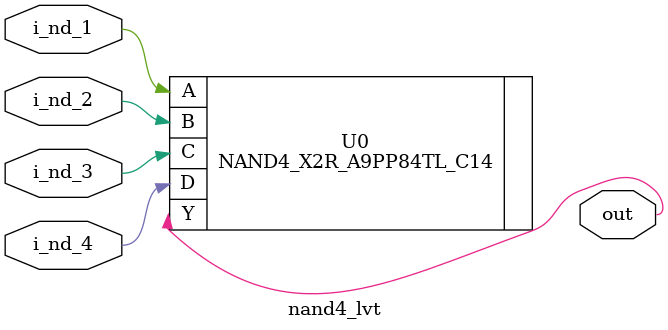
<source format=v>

`timescale 1ps / 100fs

module RO_nand4_lvt(
input wire i_Enable,
input i_Sel,
output wire o_RO_out
);

/////////////////// Define wires between nand gates ///////////////////
wire [126:0] w_nd_Conn;

nand4_lvt U0(
.i_nd_1(i_Enable),
.i_nd_2(i_Sel),
.i_nd_3(o_RO_out),
.i_nd_4(o_RO_out),
.out(w_nd_Conn[0])
);

nand4_lvt U1(
.i_nd_1(w_nd_Conn[0]),
.i_nd_2(w_nd_Conn[0]),
.i_nd_3(w_nd_Conn[0]),
.i_nd_4(w_nd_Conn[0]),
.out(w_nd_Conn[1])
);

nand4_lvt U2(
.i_nd_1(w_nd_Conn[1]),
.i_nd_2(w_nd_Conn[1]),
.i_nd_3(w_nd_Conn[1]),
.i_nd_4(w_nd_Conn[1]),
.out(w_nd_Conn[2])
);

nand4_lvt U3(
.i_nd_1(w_nd_Conn[2]),
.i_nd_2(w_nd_Conn[2]),
.i_nd_3(w_nd_Conn[2]),
.i_nd_4(w_nd_Conn[2]),
.out(w_nd_Conn[3])
);

nand4_lvt U4(
.i_nd_1(w_nd_Conn[3]),
.i_nd_2(w_nd_Conn[3]),
.i_nd_3(w_nd_Conn[3]),
.i_nd_4(w_nd_Conn[3]),
.out(w_nd_Conn[4])
);

nand4_lvt U5(
.i_nd_1(w_nd_Conn[4]),
.i_nd_2(w_nd_Conn[4]),
.i_nd_3(w_nd_Conn[4]),
.i_nd_4(w_nd_Conn[4]),
.out(w_nd_Conn[5])
);

nand4_lvt U6(
.i_nd_1(w_nd_Conn[5]),
.i_nd_2(w_nd_Conn[5]),
.i_nd_3(w_nd_Conn[5]),
.i_nd_4(w_nd_Conn[5]),
.out(w_nd_Conn[6])
);

nand4_lvt U7(
.i_nd_1(w_nd_Conn[6]),
.i_nd_2(w_nd_Conn[6]),
.i_nd_3(w_nd_Conn[6]),
.i_nd_4(w_nd_Conn[6]),
.out(w_nd_Conn[7])
);

nand4_lvt U8(
.i_nd_1(w_nd_Conn[7]),
.i_nd_2(w_nd_Conn[7]),
.i_nd_3(w_nd_Conn[7]),
.i_nd_4(w_nd_Conn[7]),
.out(w_nd_Conn[8])
);

nand4_lvt U9(
.i_nd_1(w_nd_Conn[8]),
.i_nd_2(w_nd_Conn[8]),
.i_nd_3(w_nd_Conn[8]),
.i_nd_4(w_nd_Conn[8]),
.out(w_nd_Conn[9])
);

nand4_lvt U10(
.i_nd_1(w_nd_Conn[9]),
.i_nd_2(w_nd_Conn[9]),
.i_nd_3(w_nd_Conn[9]),
.i_nd_4(w_nd_Conn[9]),
.out(w_nd_Conn[10])
);

nand4_lvt U11(
.i_nd_1(w_nd_Conn[10]),
.i_nd_2(w_nd_Conn[10]),
.i_nd_3(w_nd_Conn[10]),
.i_nd_4(w_nd_Conn[10]),
.out(w_nd_Conn[11])
);

nand4_lvt U12(
.i_nd_1(w_nd_Conn[11]),
.i_nd_2(w_nd_Conn[11]),
.i_nd_3(w_nd_Conn[11]),
.i_nd_4(w_nd_Conn[11]),
.out(w_nd_Conn[12])
);

nand4_lvt U13(
.i_nd_1(w_nd_Conn[12]),
.i_nd_2(w_nd_Conn[12]),
.i_nd_3(w_nd_Conn[12]),
.i_nd_4(w_nd_Conn[12]),
.out(w_nd_Conn[13])
);

nand4_lvt U14(
.i_nd_1(w_nd_Conn[13]),
.i_nd_2(w_nd_Conn[13]),
.i_nd_3(w_nd_Conn[13]),
.i_nd_4(w_nd_Conn[13]),
.out(w_nd_Conn[14])
);

nand4_lvt U15(
.i_nd_1(w_nd_Conn[14]),
.i_nd_2(w_nd_Conn[14]),
.i_nd_3(w_nd_Conn[14]),
.i_nd_4(w_nd_Conn[14]),
.out(w_nd_Conn[15])
);

nand4_lvt U16(
.i_nd_1(w_nd_Conn[15]),
.i_nd_2(w_nd_Conn[15]),
.i_nd_3(w_nd_Conn[15]),
.i_nd_4(w_nd_Conn[15]),
.out(w_nd_Conn[16])
);

nand4_lvt U17(
.i_nd_1(w_nd_Conn[16]),
.i_nd_2(w_nd_Conn[16]),
.i_nd_3(w_nd_Conn[16]),
.i_nd_4(w_nd_Conn[16]),
.out(w_nd_Conn[17])
);

nand4_lvt U18(
.i_nd_1(w_nd_Conn[17]),
.i_nd_2(w_nd_Conn[17]),
.i_nd_3(w_nd_Conn[17]),
.i_nd_4(w_nd_Conn[17]),
.out(w_nd_Conn[18])
);

nand4_lvt U19(
.i_nd_1(w_nd_Conn[18]),
.i_nd_2(w_nd_Conn[18]),
.i_nd_3(w_nd_Conn[18]),
.i_nd_4(w_nd_Conn[18]),
.out(w_nd_Conn[19])
);

nand4_lvt U20(
.i_nd_1(w_nd_Conn[19]),
.i_nd_2(w_nd_Conn[19]),
.i_nd_3(w_nd_Conn[19]),
.i_nd_4(w_nd_Conn[19]),
.out(w_nd_Conn[20])
);

nand4_lvt U21(
.i_nd_1(w_nd_Conn[20]),
.i_nd_2(w_nd_Conn[20]),
.i_nd_3(w_nd_Conn[20]),
.i_nd_4(w_nd_Conn[20]),
.out(w_nd_Conn[21])
);

nand4_lvt U22(
.i_nd_1(w_nd_Conn[21]),
.i_nd_2(w_nd_Conn[21]),
.i_nd_3(w_nd_Conn[21]),
.i_nd_4(w_nd_Conn[21]),
.out(w_nd_Conn[22])
);

nand4_lvt U23(
.i_nd_1(w_nd_Conn[22]),
.i_nd_2(w_nd_Conn[22]),
.i_nd_3(w_nd_Conn[22]),
.i_nd_4(w_nd_Conn[22]),
.out(w_nd_Conn[23])
);

nand4_lvt U24(
.i_nd_1(w_nd_Conn[23]),
.i_nd_2(w_nd_Conn[23]),
.i_nd_3(w_nd_Conn[23]),
.i_nd_4(w_nd_Conn[23]),
.out(w_nd_Conn[24])
);

nand4_lvt U25(
.i_nd_1(w_nd_Conn[24]),
.i_nd_2(w_nd_Conn[24]),
.i_nd_3(w_nd_Conn[24]),
.i_nd_4(w_nd_Conn[24]),
.out(w_nd_Conn[25])
);

nand4_lvt U26(
.i_nd_1(w_nd_Conn[25]),
.i_nd_2(w_nd_Conn[25]),
.i_nd_3(w_nd_Conn[25]),
.i_nd_4(w_nd_Conn[25]),
.out(w_nd_Conn[26])
);

nand4_lvt U27(
.i_nd_1(w_nd_Conn[26]),
.i_nd_2(w_nd_Conn[26]),
.i_nd_3(w_nd_Conn[26]),
.i_nd_4(w_nd_Conn[26]),
.out(w_nd_Conn[27])
);

nand4_lvt U28(
.i_nd_1(w_nd_Conn[27]),
.i_nd_2(w_nd_Conn[27]),
.i_nd_3(w_nd_Conn[27]),
.i_nd_4(w_nd_Conn[27]),
.out(w_nd_Conn[28])
);

nand4_lvt U29(
.i_nd_1(w_nd_Conn[28]),
.i_nd_2(w_nd_Conn[28]),
.i_nd_3(w_nd_Conn[28]),
.i_nd_4(w_nd_Conn[28]),
.out(w_nd_Conn[29])
);

nand4_lvt U30(
.i_nd_1(w_nd_Conn[29]),
.i_nd_2(w_nd_Conn[29]),
.i_nd_3(w_nd_Conn[29]),
.i_nd_4(w_nd_Conn[29]),
.out(w_nd_Conn[30])
);

nand4_lvt U31(
.i_nd_1(w_nd_Conn[30]),
.i_nd_2(w_nd_Conn[30]),
.i_nd_3(w_nd_Conn[30]),
.i_nd_4(w_nd_Conn[30]),
.out(w_nd_Conn[31])
);

nand4_lvt U32(
.i_nd_1(w_nd_Conn[31]),
.i_nd_2(w_nd_Conn[31]),
.i_nd_3(w_nd_Conn[31]),
.i_nd_4(w_nd_Conn[31]),
.out(w_nd_Conn[32])
);

nand4_lvt U33(
.i_nd_1(w_nd_Conn[32]),
.i_nd_2(w_nd_Conn[32]),
.i_nd_3(w_nd_Conn[32]),
.i_nd_4(w_nd_Conn[32]),
.out(w_nd_Conn[33])
);

nand4_lvt U34(
.i_nd_1(w_nd_Conn[33]),
.i_nd_2(w_nd_Conn[33]),
.i_nd_3(w_nd_Conn[33]),
.i_nd_4(w_nd_Conn[33]),
.out(w_nd_Conn[34])
);

nand4_lvt U35(
.i_nd_1(w_nd_Conn[34]),
.i_nd_2(w_nd_Conn[34]),
.i_nd_3(w_nd_Conn[34]),
.i_nd_4(w_nd_Conn[34]),
.out(w_nd_Conn[35])
);

nand4_lvt U36(
.i_nd_1(w_nd_Conn[35]),
.i_nd_2(w_nd_Conn[35]),
.i_nd_3(w_nd_Conn[35]),
.i_nd_4(w_nd_Conn[35]),
.out(w_nd_Conn[36])
);

nand4_lvt U37(
.i_nd_1(w_nd_Conn[36]),
.i_nd_2(w_nd_Conn[36]),
.i_nd_3(w_nd_Conn[36]),
.i_nd_4(w_nd_Conn[36]),
.out(w_nd_Conn[37])
);

nand4_lvt U38(
.i_nd_1(w_nd_Conn[37]),
.i_nd_2(w_nd_Conn[37]),
.i_nd_3(w_nd_Conn[37]),
.i_nd_4(w_nd_Conn[37]),
.out(w_nd_Conn[38])
);

nand4_lvt U39(
.i_nd_1(w_nd_Conn[38]),
.i_nd_2(w_nd_Conn[38]),
.i_nd_3(w_nd_Conn[38]),
.i_nd_4(w_nd_Conn[38]),
.out(w_nd_Conn[39])
);

nand4_lvt U40(
.i_nd_1(w_nd_Conn[39]),
.i_nd_2(w_nd_Conn[39]),
.i_nd_3(w_nd_Conn[39]),
.i_nd_4(w_nd_Conn[39]),
.out(w_nd_Conn[40])
);

nand4_lvt U41(
.i_nd_1(w_nd_Conn[40]),
.i_nd_2(w_nd_Conn[40]),
.i_nd_3(w_nd_Conn[40]),
.i_nd_4(w_nd_Conn[40]),
.out(w_nd_Conn[41])
);

nand4_lvt U42(
.i_nd_1(w_nd_Conn[41]),
.i_nd_2(w_nd_Conn[41]),
.i_nd_3(w_nd_Conn[41]),
.i_nd_4(w_nd_Conn[41]),
.out(w_nd_Conn[42])
);

nand4_lvt U43(
.i_nd_1(w_nd_Conn[42]),
.i_nd_2(w_nd_Conn[42]),
.i_nd_3(w_nd_Conn[42]),
.i_nd_4(w_nd_Conn[42]),
.out(w_nd_Conn[43])
);

nand4_lvt U44(
.i_nd_1(w_nd_Conn[43]),
.i_nd_2(w_nd_Conn[43]),
.i_nd_3(w_nd_Conn[43]),
.i_nd_4(w_nd_Conn[43]),
.out(w_nd_Conn[44])
);

nand4_lvt U45(
.i_nd_1(w_nd_Conn[44]),
.i_nd_2(w_nd_Conn[44]),
.i_nd_3(w_nd_Conn[44]),
.i_nd_4(w_nd_Conn[44]),
.out(w_nd_Conn[45])
);

nand4_lvt U46(
.i_nd_1(w_nd_Conn[45]),
.i_nd_2(w_nd_Conn[45]),
.i_nd_3(w_nd_Conn[45]),
.i_nd_4(w_nd_Conn[45]),
.out(w_nd_Conn[46])
);

nand4_lvt U47(
.i_nd_1(w_nd_Conn[46]),
.i_nd_2(w_nd_Conn[46]),
.i_nd_3(w_nd_Conn[46]),
.i_nd_4(w_nd_Conn[46]),
.out(w_nd_Conn[47])
);

nand4_lvt U48(
.i_nd_1(w_nd_Conn[47]),
.i_nd_2(w_nd_Conn[47]),
.i_nd_3(w_nd_Conn[47]),
.i_nd_4(w_nd_Conn[47]),
.out(w_nd_Conn[48])
);

nand4_lvt U49(
.i_nd_1(w_nd_Conn[48]),
.i_nd_2(w_nd_Conn[48]),
.i_nd_3(w_nd_Conn[48]),
.i_nd_4(w_nd_Conn[48]),
.out(w_nd_Conn[49])
);

nand4_lvt U50(
.i_nd_1(w_nd_Conn[49]),
.i_nd_2(w_nd_Conn[49]),
.i_nd_3(w_nd_Conn[49]),
.i_nd_4(w_nd_Conn[49]),
.out(w_nd_Conn[50])
);

nand4_lvt U51(
.i_nd_1(w_nd_Conn[50]),
.i_nd_2(w_nd_Conn[50]),
.i_nd_3(w_nd_Conn[50]),
.i_nd_4(w_nd_Conn[50]),
.out(w_nd_Conn[51])
);

nand4_lvt U52(
.i_nd_1(w_nd_Conn[51]),
.i_nd_2(w_nd_Conn[51]),
.i_nd_3(w_nd_Conn[51]),
.i_nd_4(w_nd_Conn[51]),
.out(w_nd_Conn[52])
);

nand4_lvt U53(
.i_nd_1(w_nd_Conn[52]),
.i_nd_2(w_nd_Conn[52]),
.i_nd_3(w_nd_Conn[52]),
.i_nd_4(w_nd_Conn[52]),
.out(w_nd_Conn[53])
);

nand4_lvt U54(
.i_nd_1(w_nd_Conn[53]),
.i_nd_2(w_nd_Conn[53]),
.i_nd_3(w_nd_Conn[53]),
.i_nd_4(w_nd_Conn[53]),
.out(w_nd_Conn[54])
);

nand4_lvt U55(
.i_nd_1(w_nd_Conn[54]),
.i_nd_2(w_nd_Conn[54]),
.i_nd_3(w_nd_Conn[54]),
.i_nd_4(w_nd_Conn[54]),
.out(w_nd_Conn[55])
);

nand4_lvt U56(
.i_nd_1(w_nd_Conn[55]),
.i_nd_2(w_nd_Conn[55]),
.i_nd_3(w_nd_Conn[55]),
.i_nd_4(w_nd_Conn[55]),
.out(w_nd_Conn[56])
);

nand4_lvt U57(
.i_nd_1(w_nd_Conn[56]),
.i_nd_2(w_nd_Conn[56]),
.i_nd_3(w_nd_Conn[56]),
.i_nd_4(w_nd_Conn[56]),
.out(w_nd_Conn[57])
);

nand4_lvt U58(
.i_nd_1(w_nd_Conn[57]),
.i_nd_2(w_nd_Conn[57]),
.i_nd_3(w_nd_Conn[57]),
.i_nd_4(w_nd_Conn[57]),
.out(w_nd_Conn[58])
);

nand4_lvt U59(
.i_nd_1(w_nd_Conn[58]),
.i_nd_2(w_nd_Conn[58]),
.i_nd_3(w_nd_Conn[58]),
.i_nd_4(w_nd_Conn[58]),
.out(w_nd_Conn[59])
);

nand4_lvt U60(
.i_nd_1(w_nd_Conn[59]),
.i_nd_2(w_nd_Conn[59]),
.i_nd_3(w_nd_Conn[59]),
.i_nd_4(w_nd_Conn[59]),
.out(w_nd_Conn[60])
);

nand4_lvt U61(
.i_nd_1(w_nd_Conn[60]),
.i_nd_2(w_nd_Conn[60]),
.i_nd_3(w_nd_Conn[60]),
.i_nd_4(w_nd_Conn[60]),
.out(w_nd_Conn[61])
);

nand4_lvt U62(
.i_nd_1(w_nd_Conn[61]),
.i_nd_2(w_nd_Conn[61]),
.i_nd_3(w_nd_Conn[61]),
.i_nd_4(w_nd_Conn[61]),
.out(w_nd_Conn[62])
);

nand4_lvt U63(
.i_nd_1(w_nd_Conn[62]),
.i_nd_2(w_nd_Conn[62]),
.i_nd_3(w_nd_Conn[62]),
.i_nd_4(w_nd_Conn[62]),
.out(w_nd_Conn[63])
);

nand4_lvt U64(
.i_nd_1(w_nd_Conn[63]),
.i_nd_2(w_nd_Conn[63]),
.i_nd_3(w_nd_Conn[63]),
.i_nd_4(w_nd_Conn[63]),
.out(w_nd_Conn[64])
);

nand4_lvt U65(
.i_nd_1(w_nd_Conn[64]),
.i_nd_2(w_nd_Conn[64]),
.i_nd_3(w_nd_Conn[64]),
.i_nd_4(w_nd_Conn[64]),
.out(w_nd_Conn[65])
);

nand4_lvt U66(
.i_nd_1(w_nd_Conn[65]),
.i_nd_2(w_nd_Conn[65]),
.i_nd_3(w_nd_Conn[65]),
.i_nd_4(w_nd_Conn[65]),
.out(w_nd_Conn[66])
);

nand4_lvt U67(
.i_nd_1(w_nd_Conn[66]),
.i_nd_2(w_nd_Conn[66]),
.i_nd_3(w_nd_Conn[66]),
.i_nd_4(w_nd_Conn[66]),
.out(w_nd_Conn[67])
);

nand4_lvt U68(
.i_nd_1(w_nd_Conn[67]),
.i_nd_2(w_nd_Conn[67]),
.i_nd_3(w_nd_Conn[67]),
.i_nd_4(w_nd_Conn[67]),
.out(w_nd_Conn[68])
);

nand4_lvt U69(
.i_nd_1(w_nd_Conn[68]),
.i_nd_2(w_nd_Conn[68]),
.i_nd_3(w_nd_Conn[68]),
.i_nd_4(w_nd_Conn[68]),
.out(w_nd_Conn[69])
);

nand4_lvt U70(
.i_nd_1(w_nd_Conn[69]),
.i_nd_2(w_nd_Conn[69]),
.i_nd_3(w_nd_Conn[69]),
.i_nd_4(w_nd_Conn[69]),
.out(w_nd_Conn[70])
);

nand4_lvt U71(
.i_nd_1(w_nd_Conn[70]),
.i_nd_2(w_nd_Conn[70]),
.i_nd_3(w_nd_Conn[70]),
.i_nd_4(w_nd_Conn[70]),
.out(w_nd_Conn[71])
);

nand4_lvt U72(
.i_nd_1(w_nd_Conn[71]),
.i_nd_2(w_nd_Conn[71]),
.i_nd_3(w_nd_Conn[71]),
.i_nd_4(w_nd_Conn[71]),
.out(w_nd_Conn[72])
);

nand4_lvt U73(
.i_nd_1(w_nd_Conn[72]),
.i_nd_2(w_nd_Conn[72]),
.i_nd_3(w_nd_Conn[72]),
.i_nd_4(w_nd_Conn[72]),
.out(w_nd_Conn[73])
);

nand4_lvt U74(
.i_nd_1(w_nd_Conn[73]),
.i_nd_2(w_nd_Conn[73]),
.i_nd_3(w_nd_Conn[73]),
.i_nd_4(w_nd_Conn[73]),
.out(w_nd_Conn[74])
);

nand4_lvt U75(
.i_nd_1(w_nd_Conn[74]),
.i_nd_2(w_nd_Conn[74]),
.i_nd_3(w_nd_Conn[74]),
.i_nd_4(w_nd_Conn[74]),
.out(w_nd_Conn[75])
);

nand4_lvt U76(
.i_nd_1(w_nd_Conn[75]),
.i_nd_2(w_nd_Conn[75]),
.i_nd_3(w_nd_Conn[75]),
.i_nd_4(w_nd_Conn[75]),
.out(w_nd_Conn[76])
);

nand4_lvt U77(
.i_nd_1(w_nd_Conn[76]),
.i_nd_2(w_nd_Conn[76]),
.i_nd_3(w_nd_Conn[76]),
.i_nd_4(w_nd_Conn[76]),
.out(w_nd_Conn[77])
);

nand4_lvt U78(
.i_nd_1(w_nd_Conn[77]),
.i_nd_2(w_nd_Conn[77]),
.i_nd_3(w_nd_Conn[77]),
.i_nd_4(w_nd_Conn[77]),
.out(w_nd_Conn[78])
);

nand4_lvt U79(
.i_nd_1(w_nd_Conn[78]),
.i_nd_2(w_nd_Conn[78]),
.i_nd_3(w_nd_Conn[78]),
.i_nd_4(w_nd_Conn[78]),
.out(w_nd_Conn[79])
);

nand4_lvt U80(
.i_nd_1(w_nd_Conn[79]),
.i_nd_2(w_nd_Conn[79]),
.i_nd_3(w_nd_Conn[79]),
.i_nd_4(w_nd_Conn[79]),
.out(w_nd_Conn[80])
);

nand4_lvt U81(
.i_nd_1(w_nd_Conn[80]),
.i_nd_2(w_nd_Conn[80]),
.i_nd_3(w_nd_Conn[80]),
.i_nd_4(w_nd_Conn[80]),
.out(w_nd_Conn[81])
);

nand4_lvt U82(
.i_nd_1(w_nd_Conn[81]),
.i_nd_2(w_nd_Conn[81]),
.i_nd_3(w_nd_Conn[81]),
.i_nd_4(w_nd_Conn[81]),
.out(w_nd_Conn[82])
);

nand4_lvt U83(
.i_nd_1(w_nd_Conn[82]),
.i_nd_2(w_nd_Conn[82]),
.i_nd_3(w_nd_Conn[82]),
.i_nd_4(w_nd_Conn[82]),
.out(w_nd_Conn[83])
);

nand4_lvt U84(
.i_nd_1(w_nd_Conn[83]),
.i_nd_2(w_nd_Conn[83]),
.i_nd_3(w_nd_Conn[83]),
.i_nd_4(w_nd_Conn[83]),
.out(w_nd_Conn[84])
);

nand4_lvt U85(
.i_nd_1(w_nd_Conn[84]),
.i_nd_2(w_nd_Conn[84]),
.i_nd_3(w_nd_Conn[84]),
.i_nd_4(w_nd_Conn[84]),
.out(w_nd_Conn[85])
);

nand4_lvt U86(
.i_nd_1(w_nd_Conn[85]),
.i_nd_2(w_nd_Conn[85]),
.i_nd_3(w_nd_Conn[85]),
.i_nd_4(w_nd_Conn[85]),
.out(w_nd_Conn[86])
);

nand4_lvt U87(
.i_nd_1(w_nd_Conn[86]),
.i_nd_2(w_nd_Conn[86]),
.i_nd_3(w_nd_Conn[86]),
.i_nd_4(w_nd_Conn[86]),
.out(w_nd_Conn[87])
);

nand4_lvt U88(
.i_nd_1(w_nd_Conn[87]),
.i_nd_2(w_nd_Conn[87]),
.i_nd_3(w_nd_Conn[87]),
.i_nd_4(w_nd_Conn[87]),
.out(w_nd_Conn[88])
);

nand4_lvt U89(
.i_nd_1(w_nd_Conn[88]),
.i_nd_2(w_nd_Conn[88]),
.i_nd_3(w_nd_Conn[88]),
.i_nd_4(w_nd_Conn[88]),
.out(w_nd_Conn[89])
);

nand4_lvt U90(
.i_nd_1(w_nd_Conn[89]),
.i_nd_2(w_nd_Conn[89]),
.i_nd_3(w_nd_Conn[89]),
.i_nd_4(w_nd_Conn[89]),
.out(w_nd_Conn[90])
);

nand4_lvt U91(
.i_nd_1(w_nd_Conn[90]),
.i_nd_2(w_nd_Conn[90]),
.i_nd_3(w_nd_Conn[90]),
.i_nd_4(w_nd_Conn[90]),
.out(w_nd_Conn[91])
);

nand4_lvt U92(
.i_nd_1(w_nd_Conn[91]),
.i_nd_2(w_nd_Conn[91]),
.i_nd_3(w_nd_Conn[91]),
.i_nd_4(w_nd_Conn[91]),
.out(w_nd_Conn[92])
);

nand4_lvt U93(
.i_nd_1(w_nd_Conn[92]),
.i_nd_2(w_nd_Conn[92]),
.i_nd_3(w_nd_Conn[92]),
.i_nd_4(w_nd_Conn[92]),
.out(w_nd_Conn[93])
);

nand4_lvt U94(
.i_nd_1(w_nd_Conn[93]),
.i_nd_2(w_nd_Conn[93]),
.i_nd_3(w_nd_Conn[93]),
.i_nd_4(w_nd_Conn[93]),
.out(w_nd_Conn[94])
);

nand4_lvt U95(
.i_nd_1(w_nd_Conn[94]),
.i_nd_2(w_nd_Conn[94]),
.i_nd_3(w_nd_Conn[94]),
.i_nd_4(w_nd_Conn[94]),
.out(w_nd_Conn[95])
);

nand4_lvt U96(
.i_nd_1(w_nd_Conn[95]),
.i_nd_2(w_nd_Conn[95]),
.i_nd_3(w_nd_Conn[95]),
.i_nd_4(w_nd_Conn[95]),
.out(w_nd_Conn[96])
);

nand4_lvt U97(
.i_nd_1(w_nd_Conn[96]),
.i_nd_2(w_nd_Conn[96]),
.i_nd_3(w_nd_Conn[96]),
.i_nd_4(w_nd_Conn[96]),
.out(w_nd_Conn[97])
);

nand4_lvt U98(
.i_nd_1(w_nd_Conn[97]),
.i_nd_2(w_nd_Conn[97]),
.i_nd_3(w_nd_Conn[97]),
.i_nd_4(w_nd_Conn[97]),
.out(w_nd_Conn[98])
);

nand4_lvt U99(
.i_nd_1(w_nd_Conn[98]),
.i_nd_2(w_nd_Conn[98]),
.i_nd_3(w_nd_Conn[98]),
.i_nd_4(w_nd_Conn[98]),
.out(w_nd_Conn[99])
);

nand4_lvt U100(
.i_nd_1(w_nd_Conn[99]),
.i_nd_2(w_nd_Conn[99]),
.i_nd_3(w_nd_Conn[99]),
.i_nd_4(w_nd_Conn[99]),
.out(w_nd_Conn[100])
);

nand4_lvt U101(
.i_nd_1(w_nd_Conn[100]),
.i_nd_2(w_nd_Conn[100]),
.i_nd_3(w_nd_Conn[100]),
.i_nd_4(w_nd_Conn[100]),
.out(w_nd_Conn[101])
);

nand4_lvt U102(
.i_nd_1(w_nd_Conn[101]),
.i_nd_2(w_nd_Conn[101]),
.i_nd_3(w_nd_Conn[101]),
.i_nd_4(w_nd_Conn[101]),
.out(w_nd_Conn[102])
);

nand4_lvt U103(
.i_nd_1(w_nd_Conn[102]),
.i_nd_2(w_nd_Conn[102]),
.i_nd_3(w_nd_Conn[102]),
.i_nd_4(w_nd_Conn[102]),
.out(w_nd_Conn[103])
);

nand4_lvt U104(
.i_nd_1(w_nd_Conn[103]),
.i_nd_2(w_nd_Conn[103]),
.i_nd_3(w_nd_Conn[103]),
.i_nd_4(w_nd_Conn[103]),
.out(w_nd_Conn[104])
);

nand4_lvt U105(
.i_nd_1(w_nd_Conn[104]),
.i_nd_2(w_nd_Conn[104]),
.i_nd_3(w_nd_Conn[104]),
.i_nd_4(w_nd_Conn[104]),
.out(w_nd_Conn[105])
);

nand4_lvt U106(
.i_nd_1(w_nd_Conn[105]),
.i_nd_2(w_nd_Conn[105]),
.i_nd_3(w_nd_Conn[105]),
.i_nd_4(w_nd_Conn[105]),
.out(w_nd_Conn[106])
);

nand4_lvt U107(
.i_nd_1(w_nd_Conn[106]),
.i_nd_2(w_nd_Conn[106]),
.i_nd_3(w_nd_Conn[106]),
.i_nd_4(w_nd_Conn[106]),
.out(w_nd_Conn[107])
);

nand4_lvt U108(
.i_nd_1(w_nd_Conn[107]),
.i_nd_2(w_nd_Conn[107]),
.i_nd_3(w_nd_Conn[107]),
.i_nd_4(w_nd_Conn[107]),
.out(w_nd_Conn[108])
);

nand4_lvt U109(
.i_nd_1(w_nd_Conn[108]),
.i_nd_2(w_nd_Conn[108]),
.i_nd_3(w_nd_Conn[108]),
.i_nd_4(w_nd_Conn[108]),
.out(w_nd_Conn[109])
);

nand4_lvt U110(
.i_nd_1(w_nd_Conn[109]),
.i_nd_2(w_nd_Conn[109]),
.i_nd_3(w_nd_Conn[109]),
.i_nd_4(w_nd_Conn[109]),
.out(w_nd_Conn[110])
);

nand4_lvt U111(
.i_nd_1(w_nd_Conn[110]),
.i_nd_2(w_nd_Conn[110]),
.i_nd_3(w_nd_Conn[110]),
.i_nd_4(w_nd_Conn[110]),
.out(w_nd_Conn[111])
);

nand4_lvt U112(
.i_nd_1(w_nd_Conn[111]),
.i_nd_2(w_nd_Conn[111]),
.i_nd_3(w_nd_Conn[111]),
.i_nd_4(w_nd_Conn[111]),
.out(w_nd_Conn[112])
);

nand4_lvt U113(
.i_nd_1(w_nd_Conn[112]),
.i_nd_2(w_nd_Conn[112]),
.i_nd_3(w_nd_Conn[112]),
.i_nd_4(w_nd_Conn[112]),
.out(w_nd_Conn[113])
);

nand4_lvt U114(
.i_nd_1(w_nd_Conn[113]),
.i_nd_2(w_nd_Conn[113]),
.i_nd_3(w_nd_Conn[113]),
.i_nd_4(w_nd_Conn[113]),
.out(w_nd_Conn[114])
);

nand4_lvt U115(
.i_nd_1(w_nd_Conn[114]),
.i_nd_2(w_nd_Conn[114]),
.i_nd_3(w_nd_Conn[114]),
.i_nd_4(w_nd_Conn[114]),
.out(w_nd_Conn[115])
);

nand4_lvt U116(
.i_nd_1(w_nd_Conn[115]),
.i_nd_2(w_nd_Conn[115]),
.i_nd_3(w_nd_Conn[115]),
.i_nd_4(w_nd_Conn[115]),
.out(w_nd_Conn[116])
);

nand4_lvt U117(
.i_nd_1(w_nd_Conn[116]),
.i_nd_2(w_nd_Conn[116]),
.i_nd_3(w_nd_Conn[116]),
.i_nd_4(w_nd_Conn[116]),
.out(w_nd_Conn[117])
);

nand4_lvt U118(
.i_nd_1(w_nd_Conn[117]),
.i_nd_2(w_nd_Conn[117]),
.i_nd_3(w_nd_Conn[117]),
.i_nd_4(w_nd_Conn[117]),
.out(w_nd_Conn[118])
);

nand4_lvt U119(
.i_nd_1(w_nd_Conn[118]),
.i_nd_2(w_nd_Conn[118]),
.i_nd_3(w_nd_Conn[118]),
.i_nd_4(w_nd_Conn[118]),
.out(w_nd_Conn[119])
);

nand4_lvt U120(
.i_nd_1(w_nd_Conn[119]),
.i_nd_2(w_nd_Conn[119]),
.i_nd_3(w_nd_Conn[119]),
.i_nd_4(w_nd_Conn[119]),
.out(w_nd_Conn[120])
);

nand4_lvt U121(
.i_nd_1(w_nd_Conn[120]),
.i_nd_2(w_nd_Conn[120]),
.i_nd_3(w_nd_Conn[120]),
.i_nd_4(w_nd_Conn[120]),
.out(w_nd_Conn[121])
);

nand4_lvt U122(
.i_nd_1(w_nd_Conn[121]),
.i_nd_2(w_nd_Conn[121]),
.i_nd_3(w_nd_Conn[121]),
.i_nd_4(w_nd_Conn[121]),
.out(w_nd_Conn[122])
);

nand4_lvt U123(
.i_nd_1(w_nd_Conn[122]),
.i_nd_2(w_nd_Conn[122]),
.i_nd_3(w_nd_Conn[122]),
.i_nd_4(w_nd_Conn[122]),
.out(w_nd_Conn[123])
);

nand4_lvt U124(
.i_nd_1(w_nd_Conn[123]),
.i_nd_2(w_nd_Conn[123]),
.i_nd_3(w_nd_Conn[123]),
.i_nd_4(w_nd_Conn[123]),
.out(w_nd_Conn[124])
);

nand4_lvt U125(
.i_nd_1(w_nd_Conn[124]),
.i_nd_2(w_nd_Conn[124]),
.i_nd_3(w_nd_Conn[124]),
.i_nd_4(w_nd_Conn[124]),
.out(w_nd_Conn[125])
);

nand4_lvt U126(
.i_nd_1(w_nd_Conn[125]),
.i_nd_2(w_nd_Conn[125]),
.i_nd_3(w_nd_Conn[125]),
.i_nd_4(w_nd_Conn[125]),
.out(o_RO_out)
);

endmodule

module nand4_lvt(
input wire i_nd_1,
input wire i_nd_2,
input wire i_nd_3,
input wire i_nd_4,
output wire out);

NAND4_X2R_A9PP84TL_C14 U0(
.A(i_nd_1),
.B(i_nd_2),
.C(i_nd_3),
.D(i_nd_4),
.Y(out)
);

endmodule 


</source>
